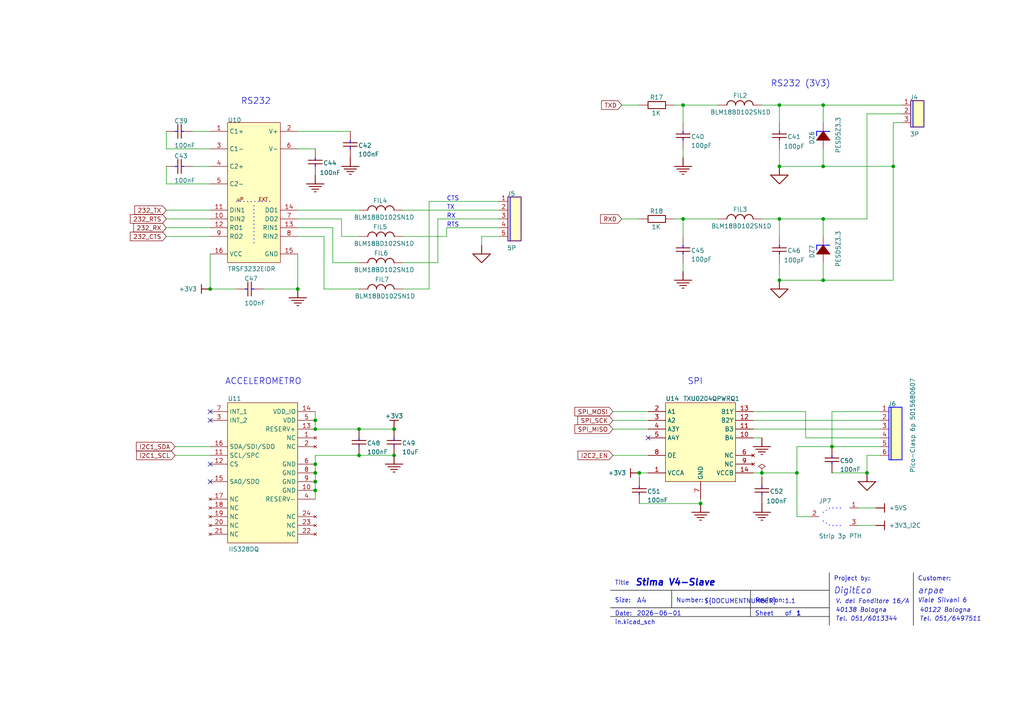
<source format=kicad_sch>
(kicad_sch (version 20230121) (generator eeschema)
  (paper "A4")
  (title_block (title "Stima V4-Slave") (rev "1.1"))
  (lib_symbols
    (symbol "Stima V4 Slave Rev1_1-altium-import:+3V3" (power)
      (property "Reference" "#PWR" (at 0 0 0))
      (property "Value" "+3V3" (at 0 3.81 0))
      (symbol "+3V3_0_0"
        (polyline (pts (xy -1.27 -2.54) (xy 1.27 -2.54)) (stroke (width 0.254)))
        (polyline (pts (xy 0 0) (xy 0 -2.54)) (stroke (width 0.254)))
        (pin power_in line (at 0 0 0) (length 0) hide (name "+3V3") (number ""))
      )
    )
    (symbol "Stima V4 Slave Rev1_1-altium-import:+3V3_I2C" (power)
      (property "Reference" "#PWR" (at 0 0 0))
      (property "Value" "+3V3_I2C" (at 0 3.81 0))
      (symbol "+3V3_I2C_0_0"
        (polyline (pts (xy -1.27 -2.54) (xy 1.27 -2.54)) (stroke (width 0.254)))
        (polyline (pts (xy 0 0) (xy 0 -2.54)) (stroke (width 0.254)))
        (pin power_in line (at 0 0 0) (length 0) hide (name "+3V3_I2C") (number ""))
      )
    )
    (symbol "Stima V4 Slave Rev1_1-altium-import:+5VS" (power)
      (property "Reference" "#PWR" (at 0 0 0))
      (property "Value" "+5VS" (at 0 3.81 0))
      (symbol "+5VS_0_0"
        (polyline (pts (xy -1.27 -2.54) (xy 1.27 -2.54)) (stroke (width 0.254)))
        (polyline (pts (xy 0 0) (xy 0 -2.54)) (stroke (width 0.254)))
        (pin power_in line (at 0 0 0) (length 0) hide (name "+5VS") (number ""))
      )
    )
    (symbol "Stima V4 Slave Rev1_1-altium-import:EGND" (power)
      (property "Reference" "#PWR" (at 0 0 0))
      (property "Value" "EGND" (at 0 6.35 0))
      (symbol "EGND_0_0"
        (polyline (pts (xy 0 0) (xy 0 -2.54)) (stroke (width 0.254)))
        (polyline (pts (xy -2.54 -2.54) (xy 2.54 -2.54) (xy 0 -5.08) (xy -2.54 -2.54)) (stroke (width 0.254)))
        (pin power_in line (at 0 0 0) (length 0) hide (name "EGND") (number ""))
      )
    )
    (symbol "Stima V4 Slave Rev1_1-altium-import:GND" (power)
      (property "Reference" "#PWR" (at 0 0 0))
      (property "Value" "GND" (at 0 6.35 0))
      (symbol "GND_0_0"
        (polyline (pts (xy -2.54 -2.54) (xy 2.54 -2.54)) (stroke (width 0.254)))
        (polyline (pts (xy -1.778 -3.302) (xy 1.778 -3.302)) (stroke (width 0.254)))
        (polyline (pts (xy -1.016 -4.064) (xy 1.016 -4.064)) (stroke (width 0.254)))
        (polyline (pts (xy -0.254 -4.826) (xy 0.254 -4.826)) (stroke (width 0.254)))
        (polyline (pts (xy 0 0) (xy 0 -2.54)) (stroke (width 0.254)))
        (pin power_in line (at 0 0 0) (length 0) hide (name "GND") (number ""))
      )
    )
    (symbol "Stima V4 Slave Rev1_1-altium-import:root_0_BLM18BD"
      (symbol "root_0_BLM18BD_1_0"
        (arc (start 1.27 -1.27) (mid 0.372 -1.642) (end 0 -2.54) (stroke (width 0.254)))
        (arc (start 2.54 -2.54) (mid 2.168 -1.642) (end 1.27 -1.27) (stroke (width 0.254)))
        (arc (start 3.81 -1.27) (mid 2.912 -1.642) (end 2.54 -2.54) (stroke (width 0.254)))
        (arc (start 5.08 -2.54) (mid 4.708 -1.642) (end 3.81 -1.27) (stroke (width 0.254)))
        (arc (start 6.35 -1.27) (mid 5.452 -1.642) (end 5.08 -2.54) (stroke (width 0.254)))
        (arc (start 7.62 -2.54) (mid 7.248 -1.642) (end 6.35 -1.27) (stroke (width 0.254)))
        (pin passive line (at -2.54 -2.54 0) (length 2.54) (name "1") (number "1"))
        (pin passive line (at 10.16 -2.54 180) (length 2.54) (name "2") (number "2"))
      )
    )
    (symbol "Stima V4 Slave Rev1_1-altium-import:root_0_C0603"
      (symbol "root_0_C0603_1_0"
        (polyline (pts (xy -2.032 -0.762) (xy 2.032 -0.762)) (stroke (width 0.254)))
        (polyline (pts (xy 0 -2.54) (xy 0 -1.778)) (stroke (width 0.254) (color 0 0 255 1)))
        (polyline (pts (xy 0 0) (xy 0 -0.762)) (stroke (width 0.254) (color 0 0 255 1)))
        (polyline (pts (xy 2.032 -1.778) (xy -2.032 -1.778)) (stroke (width 0.254)))
        (pin passive line (at 0 2.54 270) (length 2.54) (name "1") (number "1"))
        (pin passive line (at 0 -5.08 90) (length 2.54) (name "2") (number "2"))
      )
    )
    (symbol "Stima V4 Slave Rev1_1-altium-import:root_0_IIS328"
      (property "Reference" "U11" (at 0 0.508 0))
      (property "Value" "IIS328DQ" (at 0.254 -43.18 0))
      (symbol "root_0_IIS328_1_0"
        (rectangle (start 0 0) (end 20.32 -40.64) (fill (type background)))
        (pin no_connect line (at 25.4 -10.16 180) (length 5.08) (name "NC") (number "1"))
        (pin power_in line (at 25.4 -25.4 180) (length 5.08) (name "GND") (number "10"))
        (pin passive line (at -5.08 -15.24 0) (length 5.08) (name "SCL/SPC") (number "11"))
        (pin passive line (at -5.08 -17.78 0) (length 5.08) (name "CS") (number "12"))
        (pin passive line (at 25.4 -7.62 180) (length 5.08) (name "RESERV+") (number "13"))
        (pin passive line (at 25.4 -2.54 180) (length 5.08) (name "VDD_IO") (number "14"))
        (pin passive line (at -5.08 -22.86 0) (length 5.08) (name "SA0/SDO") (number "15"))
        (pin passive line (at -5.08 -12.7 0) (length 5.08) (name "SDA/SDI/SDO") (number "16"))
        (pin no_connect line (at -5.08 -27.94 0) (length 5.08) (name "NC") (number "17"))
        (pin no_connect line (at -5.08 -30.48 0) (length 5.08) (name "NC") (number "18"))
        (pin no_connect line (at -5.08 -33.02 0) (length 5.08) (name "NC") (number "19"))
        (pin no_connect line (at 25.4 -12.7 180) (length 5.08) (name "NC") (number "2"))
        (pin no_connect line (at -5.08 -35.56 0) (length 5.08) (name "NC") (number "20"))
        (pin no_connect line (at -5.08 -38.1 0) (length 5.08) (name "NC") (number "21"))
        (pin no_connect line (at 25.4 -38.1 180) (length 5.08) (name "NC") (number "22"))
        (pin no_connect line (at 25.4 -35.56 180) (length 5.08) (name "NC") (number "23"))
        (pin no_connect line (at 25.4 -33.02 180) (length 5.08) (name "NC") (number "24"))
        (pin passive line (at -5.08 -5.08 0) (length 5.08) (name "INT_2") (number "3"))
        (pin passive line (at 25.4 -27.94 180) (length 5.08) (name "RESERV-") (number "4"))
        (pin passive line (at 25.4 -5.08 180) (length 5.08) (name "VDD") (number "5"))
        (pin power_in line (at 25.4 -17.78 180) (length 5.08) (name "GND") (number "6"))
        (pin passive line (at -5.08 -2.54 0) (length 5.08) (name "INT_1") (number "7"))
        (pin power_in line (at 25.4 -20.32 180) (length 5.08) (name "GND") (number "8"))
        (pin power_in line (at 25.4 -22.86 180) (length 5.08) (name "GND") (number "9"))
      )
    )
    (symbol "Stima V4 Slave Rev1_1-altium-import:root_0_Mors 3p px"
      (symbol "root_0_Mors 3p px_1_0"
        (polyline (pts (xy 0.635 0) (xy 0.635 -7.62)) (stroke (width 0.254) (color 0 0 255 1)))
        (polyline (pts (xy 0 -7.62) (xy 0 0) (xy 3.81 0) (xy 3.81 -7.62) (xy 0 -7.62)) (stroke (width 0.254) (color 0 0 255 1)))
        (rectangle (start 3.81 0) (end 0 -7.62) (fill (type background)))
        (pin passive line (at -2.54 -1.27 0) (length 2.54) (name "1") (number "1"))
        (pin passive line (at -2.54 -3.81 0) (length 2.54) (name "2") (number "2"))
        (pin passive line (at -2.54 -6.35 0) (length 2.54) (name "3") (number "3"))
      )
    )
    (symbol "Stima V4 Slave Rev1_1-altium-import:root_0_Mors 5p px"
      (symbol "root_0_Mors 5p px_1_0"
        (polyline (pts (xy 0.635 0) (xy 0.635 -12.7)) (stroke (width 0.254) (color 0 0 255 1)))
        (polyline (pts (xy 0 -12.7) (xy 0 0) (xy 3.81 0) (xy 3.81 -12.7) (xy 0 -12.7)) (stroke (width 0.254) (color 0 0 255 1)))
        (rectangle (start 3.81 0) (end 0 -12.7) (fill (type background)))
        (pin passive line (at -2.54 -1.27 0) (length 2.54) (name "1") (number "1"))
        (pin passive line (at -2.54 -3.81 0) (length 2.54) (name "2") (number "2"))
        (pin passive line (at -2.54 -6.35 0) (length 2.54) (name "3") (number "3"))
        (pin passive line (at -2.54 -8.89 0) (length 2.54) (name "4") (number "4"))
        (pin passive line (at -2.54 -11.43 0) (length 2.54) (name "5") (number "5"))
      )
    )
    (symbol "Stima V4 Slave Rev1_1-altium-import:root_0_Mors 6p px"
      (symbol "root_0_Mors 6p px_1_0"
        (polyline (pts (xy 0.635 0) (xy 0.635 -15.24)) (stroke (width 0.254) (color 0 0 255 1)))
        (polyline (pts (xy 3.81 -15.24) (xy 0 -15.24) (xy 0 0) (xy 3.81 0) (xy 3.81 -15.24)) (stroke (width 0.254) (color 0 0 255 1)))
        (rectangle (start 3.81 0) (end 0 -15.24) (fill (type background)))
        (pin passive line (at -2.54 -1.27 0) (length 2.54) (name "1") (number "1"))
        (pin passive line (at -2.54 -3.81 0) (length 2.54) (name "2") (number "2"))
        (pin passive line (at -2.54 -6.35 0) (length 2.54) (name "3") (number "3"))
        (pin passive line (at -2.54 -8.89 0) (length 2.54) (name "4") (number "4"))
        (pin passive line (at -2.54 -11.43 0) (length 2.54) (name "5") (number "5"))
        (pin passive line (at -2.54 -13.97 0) (length 2.54) (name "6") (number "6"))
      )
    )
    (symbol "Stima V4 Slave Rev1_1-altium-import:root_0_Res 0603"
      (symbol "root_0_Res 0603_1_0"
        (rectangle (start 5.08 -1.524) (end 0 -3.556) (stroke (width 0.254)))
        (pin passive line (at -2.54 -2.54 0) (length 2.54) (name "1") (number "1"))
        (pin passive line (at 7.62 -2.54 180) (length 2.54) (name "2") (number "2"))
      )
    )
    (symbol "Stima V4 Slave Rev1_1-altium-import:root_0_TRSF3232EIDR"
      (symbol "root_0_TRSF3232EIDR_1_0"
        (polyline (pts (xy 2.54 -22.86) (xy 12.7 -22.86)) (stroke (width 0.254) (type dot) (color 0 0 255 1)))
        (polyline (pts (xy 7.62 -24.13) (xy 7.62 -35.56)) (stroke (width 0.254) (type dot) (color 0 0 255 1)))
        (rectangle (start 15.24 0) (end 0 -40.64) (fill (type background)))
        (text "EXT" (at 8.89 -22.86 0) (effects (font (size 1.016 1.016)) (justify left bottom)))
        (text "uP" (at 2.54 -22.86 0) (effects (font (size 1.016 1.016)) (justify left bottom)))
        (pin passive line (at -5.08 -2.54 0) (length 5.08) (name "C1+") (number "1"))
        (pin input line (at -5.08 -27.94 0) (length 5.08) (name "DIN2") (number "10"))
        (pin input line (at -5.08 -25.4 0) (length 5.08) (name "DIN1") (number "11"))
        (pin output line (at -5.08 -30.48 0) (length 5.08) (name "RO1") (number "12"))
        (pin input line (at 20.32 -30.48 180) (length 5.08) (name "RIN1") (number "13"))
        (pin output line (at 20.32 -25.4 180) (length 5.08) (name "DO1") (number "14"))
        (pin power_in line (at 20.32 -38.1 180) (length 5.08) (name "GND") (number "15"))
        (pin power_in line (at -5.08 -38.1 0) (length 5.08) (name "VCC") (number "16"))
        (pin passive line (at 20.32 -2.54 180) (length 5.08) (name "V+") (number "2"))
        (pin passive line (at -5.08 -7.62 0) (length 5.08) (name "C1-") (number "3"))
        (pin passive line (at -5.08 -12.7 0) (length 5.08) (name "C2+") (number "4"))
        (pin passive line (at -5.08 -17.78 0) (length 5.08) (name "C2-") (number "5"))
        (pin passive line (at 20.32 -7.62 180) (length 5.08) (name "V-") (number "6"))
        (pin output line (at 20.32 -27.94 180) (length 5.08) (name "DO2") (number "7"))
        (pin input line (at 20.32 -33.02 180) (length 5.08) (name "RIN2") (number "8"))
        (pin output line (at -5.08 -33.02 0) (length 5.08) (name "RO2") (number "9"))
      )
    )
    (symbol "Stima V4 Slave Rev1_1-altium-import:root_0_TXU0204"
      (property "Reference" "U14" (at 0 0.508 0))
      (property "Value" "TXU0204QPWRQ1" (at 5.08 0.508 0))
      (symbol "root_0_TXU0204_1_0"
        (rectangle (start 20.32 0) (end 0 -22.86) (fill (type background)))
        (pin power_in line (at -5.08 -20.32 0) (length 5.08) (name "VCCA") (number "1"))
        (pin input line (at 25.4 -10.16 180) (length 5.08) (name "B4") (number "10"))
        (pin input line (at 25.4 -7.62 180) (length 5.08) (name "B3") (number "11"))
        (pin output line (at 25.4 -5.08 180) (length 5.08) (name "B2Y") (number "12"))
        (pin output line (at 25.4 -2.54 180) (length 5.08) (name "B1Y") (number "13"))
        (pin power_in line (at 25.4 -20.32 180) (length 5.08) (name "VCCB") (number "14"))
        (pin input line (at -5.08 -2.54 0) (length 5.08) (name "A1") (number "2"))
        (pin input line (at -5.08 -5.08 0) (length 5.08) (name "A2") (number "3"))
        (pin output line (at -5.08 -7.62 0) (length 5.08) (name "A3Y") (number "4"))
        (pin output line (at -5.08 -10.16 0) (length 5.08) (name "A4Y") (number "5"))
        (pin no_connect line (at 25.4 -15.24 180) (length 5.08) (name "NC") (number "6"))
        (pin power_in line (at 10.16 -27.94 90) (length 5.08) (name "GND") (number "7"))
        (pin input line (at -5.08 -15.24 0) (length 5.08) (name "OE") (number "8"))
        (pin no_connect line (at 25.4 -17.78 180) (length 5.08) (name "NC") (number "9"))
      )
    )
    (symbol "Stima V4 Slave Rev1_1-altium-import:root_0_Transil SMD PESD5"
      (symbol "root_0_Transil SMD PESD5_1_0"
        (polyline (pts (xy -1.905 0) (xy -1.905 -1.27)) (stroke (width 0.254) (color 0 0 255 1)))
        (polyline (pts (xy 1.905 0) (xy -1.905 0)) (stroke (width 0.254) (color 0 0 255 1)))
        (polyline (pts (xy 1.905 -2.54) (xy 0 0) (xy -1.905 -2.54) (xy 1.905 -2.54)) (stroke (width 0.254)) (fill (type outline)))
        (pin passive line (at 0 2.54 270) (length 2.54) (name "K") (number "1"))
        (pin passive line (at 0 -5.08 90) (length 2.54) (name "A") (number "2"))
      )
    )
    (symbol "Stima V4 Slave Rev1_1-altium-import:root_0_mirrored_JUMP3S"
      (symbol "root_0_mirrored_JUMP3S_1_0"
        (polyline (pts (xy -6.35 -3.81) (xy -4.445 -5.08) (xy -1.27 -5.08)) (stroke (width 0.254) (type dot) (color 0 0 255 1)))
        (polyline (pts (xy -6.35 -1.27) (xy -4.445 0) (xy -1.27 0)) (stroke (width 0.254) (type dot) (color 0 0 255 1)))
        (pin passive line (at 3.81 0 180) (length 2.54) (name "1") (number "1"))
        (pin passive line (at -10.16 -2.54 0) (length 2.54) (name "2") (number "2"))
        (pin passive line (at 3.81 -5.08 180) (length 2.54) (name "3") (number "3"))
      )
    )
    (symbol "Stima V4 Slave Rev1_1-altium-import:root_1_C0603"
      (symbol "root_1_C0603_1_0"
        (polyline (pts (xy 0 0) (xy 0.762 0)) (stroke (width 0.254) (color 0 0 255 1)))
        (polyline (pts (xy 0.762 -2.032) (xy 0.762 2.032)) (stroke (width 0.254)))
        (polyline (pts (xy 1.778 2.032) (xy 1.778 -2.032)) (stroke (width 0.254)))
        (polyline (pts (xy 2.54 0) (xy 1.778 0)) (stroke (width 0.254) (color 0 0 255 1)))
        (pin passive line (at -2.54 0 0) (length 2.54) (name "1") (number "1"))
        (pin passive line (at 5.08 0 180) (length 2.54) (name "2") (number "2"))
      )
    )
    (symbol "Stima V4 Slave Rev1_1-altium-import:root_2_C0603"
      (symbol "root_2_C0603_1_0"
        (polyline (pts (xy -2.032 1.778) (xy 2.032 1.778)) (stroke (width 0.254)))
        (polyline (pts (xy 0 0) (xy 0 0.762)) (stroke (width 0.254) (color 0 0 255 1)))
        (polyline (pts (xy 0 2.54) (xy 0 1.778)) (stroke (width 0.254) (color 0 0 255 1)))
        (polyline (pts (xy 2.032 0.762) (xy -2.032 0.762)) (stroke (width 0.254)))
        (pin passive line (at 0 -2.54 90) (length 2.54) (name "1") (number "1"))
        (pin passive line (at 0 5.08 270) (length 2.54) (name "2") (number "2"))
      )
    )
    (symbol "power:PWR_FLAG" (power) (pin_numbers hide) (pin_names (offset 0) hide)
      (property "Value" "PWR_FLAG" (at 0 3.81 0))
      (symbol "PWR_FLAG_0_0"
        (pin power_out line (at 0 0 90) (length 0) (name "pwr") (number "1"))
      )
      (symbol "PWR_FLAG_0_1"
        (polyline (pts (xy 0 0) (xy 0 1.27) (xy -1.016 1.905) (xy 0 2.54) (xy 1.016 1.905) (xy 0 1.27)))
      )
    )
  )
  (junction (at 91.44 124.46))
  (junction (at 238.76 30.48))
  (junction (at 91.44 134.62))
  (junction (at 91.44 121.92))
  (junction (at 60.96 83.82))
  (junction (at 185.42 137.16))
  (junction (at 104.14 132.08))
  (junction (at 91.44 137.16))
  (junction (at 226.06 30.48))
  (junction (at 238.76 81.28))
  (junction (at 241.3 129.54))
  (junction (at 198.12 63.5))
  (junction (at 259.08 48.26))
  (junction (at 226.06 63.5))
  (junction (at 226.06 48.26))
  (junction (at 231.14 137.16))
  (junction (at 226.06 81.28))
  (junction (at 114.3 132.08))
  (junction (at 104.14 124.46))
  (junction (at 251.46 137.16))
  (junction (at 203.2 146.05))
  (junction (at 238.76 48.26))
  (junction (at 91.44 142.24))
  (junction (at 198.12 30.48))
  (junction (at 114.3 124.46))
  (junction (at 91.44 139.7))
  (junction (at 238.76 63.5))
  (junction (at 86.36 83.82))
  (junction (at 220.98 137.16))
  (no_connect (at 60.96 121.92))
  (no_connect (at 60.96 139.7))
  (no_connect (at 187.96 127))
  (no_connect (at 60.96 119.38))
  (no_connect (at 60.96 134.62))
  (wire (pts (xy 238.76 68.58) (xy 238.76 63.5)))
  (wire (pts (xy 116.84 76.2) (xy 127 76.2)))
  (wire (pts (xy 259.08 35.56) (xy 261.62 35.56)))
  (polyline (pts (xy 177.038 176.276) (xy 240.538 176.276)) (stroke (width 0) (type solid) (color 0 0 0 1)))
  (wire (pts (xy 238.76 63.5) (xy 251.46 63.5)))
  (wire (pts (xy 220.98 127) (xy 218.44 127)))
  (wire (pts (xy 86.36 63.5) (xy 99.06 63.5)))
  (polyline (pts (xy 240.538 166.116) (xy 240.538 178.816)) (stroke (width 0) (type solid) (color 0 0 0 1)))
  (wire (pts (xy 259.08 48.26) (xy 259.08 35.56)))
  (wire (pts (xy 91.44 139.7) (xy 91.44 137.16)))
  (polyline (pts (xy 177.038 171.196) (xy 240.538 171.196)) (stroke (width 0) (type solid) (color 0 0 0 1)))
  (wire (pts (xy 91.44 137.16) (xy 91.44 134.62)))
  (wire (pts (xy 241.3 129.54) (xy 255.27 129.54)))
  (wire (pts (xy 48.26 66.04) (xy 60.96 66.04)))
  (wire (pts (xy 91.44 121.92) (xy 91.44 124.46)))
  (wire (pts (xy 238.76 30.48) (xy 261.62 30.48)))
  (wire (pts (xy 48.26 68.58) (xy 60.96 68.58)))
  (wire (pts (xy 259.08 48.26) (xy 259.08 81.28)))
  (wire (pts (xy 218.44 124.46) (xy 255.27 124.46)))
  (wire (pts (xy 254 152.4) (xy 248.92 152.4)))
  (wire (pts (xy 251.46 63.5) (xy 251.46 33.02)))
  (wire (pts (xy 226.06 48.26) (xy 226.06 43.18)))
  (wire (pts (xy 86.36 83.82) (xy 86.36 73.66)))
  (wire (pts (xy 129.54 66.04) (xy 144.78 66.04)))
  (wire (pts (xy 60.96 48.26) (xy 55.88 48.26)))
  (wire (pts (xy 116.84 83.82) (xy 124.46 83.82)))
  (wire (pts (xy 218.44 119.38) (xy 233.68 119.38)))
  (wire (pts (xy 220.98 138.43) (xy 220.98 137.16)))
  (wire (pts (xy 218.44 121.92) (xy 255.27 121.92)))
  (wire (pts (xy 127 63.5) (xy 144.78 63.5)))
  (wire (pts (xy 91.44 134.62) (xy 91.44 132.08)))
  (wire (pts (xy 198.12 30.48) (xy 208.28 30.48)))
  (wire (pts (xy 60.96 132.08) (xy 50.8 132.08)))
  (wire (pts (xy 86.36 60.96) (xy 104.14 60.96)))
  (wire (pts (xy 180.34 30.48) (xy 185.42 30.48)))
  (polyline (pts (xy 264.922 178.816) (xy 264.922 181.356)) (stroke (width 0) (type solid) (color 0 0 0 1)))
  (wire (pts (xy 195.58 63.5) (xy 198.12 63.5)))
  (wire (pts (xy 91.44 132.08) (xy 104.14 132.08)))
  (wire (pts (xy 60.96 83.82) (xy 68.58 83.82)))
  (wire (pts (xy 93.98 68.58) (xy 93.98 83.82)))
  (wire (pts (xy 185.42 138.43) (xy 185.42 137.16)))
  (wire (pts (xy 238.76 35.56) (xy 238.76 30.48)))
  (wire (pts (xy 226.06 35.56) (xy 226.06 30.48)))
  (wire (pts (xy 177.8 121.92) (xy 187.96 121.92)))
  (wire (pts (xy 76.2 83.82) (xy 86.36 83.82)))
  (wire (pts (xy 198.12 78.74) (xy 198.12 76.2)))
  (wire (pts (xy 238.76 48.26) (xy 238.76 43.18)))
  (wire (pts (xy 220.98 30.48) (xy 226.06 30.48)))
  (wire (pts (xy 234.95 149.86) (xy 231.14 149.86)))
  (wire (pts (xy 99.06 63.5) (xy 99.06 68.58)))
  (wire (pts (xy 86.36 66.04) (xy 96.52 66.04)))
  (wire (pts (xy 231.14 149.86) (xy 231.14 137.16)))
  (wire (pts (xy 48.26 48.26) (xy 48.26 53.34)))
  (wire (pts (xy 241.3 137.16) (xy 251.46 137.16)))
  (wire (pts (xy 129.54 68.58) (xy 129.54 66.04)))
  (wire (pts (xy 238.76 48.26) (xy 259.08 48.26)))
  (wire (pts (xy 233.68 127) (xy 255.27 127)))
  (wire (pts (xy 139.7 68.58) (xy 144.78 68.58)))
  (wire (pts (xy 241.3 119.38) (xy 255.27 119.38)))
  (wire (pts (xy 180.34 63.5) (xy 185.42 63.5)))
  (wire (pts (xy 195.58 30.48) (xy 198.12 30.48)))
  (wire (pts (xy 238.76 48.26) (xy 226.06 48.26)))
  (wire (pts (xy 104.14 124.46) (xy 114.3 124.46)))
  (polyline (pts (xy 217.678 171.196) (xy 217.678 178.816)) (stroke (width 0) (type solid) (color 0 0 0 1)))
  (wire (pts (xy 60.96 60.96) (xy 48.26 60.96)))
  (wire (pts (xy 251.46 33.02) (xy 261.62 33.02)))
  (wire (pts (xy 226.06 81.28) (xy 226.06 76.2)))
  (wire (pts (xy 220.98 137.16) (xy 218.44 137.16)))
  (wire (pts (xy 198.12 63.5) (xy 208.28 63.5)))
  (wire (pts (xy 91.44 142.24) (xy 91.44 139.7)))
  (wire (pts (xy 185.42 146.05) (xy 203.2 146.05)))
  (wire (pts (xy 254 147.32) (xy 248.92 147.32)))
  (wire (pts (xy 238.76 81.28) (xy 238.76 76.2)))
  (wire (pts (xy 48.26 53.34) (xy 60.96 53.34)))
  (wire (pts (xy 127 76.2) (xy 127 63.5)))
  (wire (pts (xy 99.06 68.58) (xy 104.14 68.58)))
  (wire (pts (xy 104.14 132.08) (xy 114.3 132.08)))
  (wire (pts (xy 55.88 38.1) (xy 60.96 38.1)))
  (wire (pts (xy 91.44 119.38) (xy 91.44 121.92)))
  (wire (pts (xy 96.52 66.04) (xy 96.52 76.2)))
  (wire (pts (xy 93.98 83.82) (xy 104.14 83.82)))
  (wire (pts (xy 177.8 124.46) (xy 187.96 124.46)))
  (wire (pts (xy 220.98 63.5) (xy 226.06 63.5)))
  (wire (pts (xy 86.36 38.1) (xy 101.6 38.1)))
  (wire (pts (xy 177.8 119.38) (xy 187.96 119.38)))
  (wire (pts (xy 124.46 58.42) (xy 144.78 58.42)))
  (wire (pts (xy 116.84 68.58) (xy 129.54 68.58)))
  (wire (pts (xy 60.96 73.66) (xy 60.96 83.82)))
  (wire (pts (xy 226.06 63.5) (xy 238.76 63.5)))
  (wire (pts (xy 91.44 124.46) (xy 104.14 124.46)))
  (wire (pts (xy 48.26 63.5) (xy 60.96 63.5)))
  (wire (pts (xy 60.96 129.54) (xy 50.8 129.54)))
  (wire (pts (xy 139.7 71.12) (xy 139.7 68.58)))
  (wire (pts (xy 231.14 129.54) (xy 241.3 129.54)))
  (wire (pts (xy 198.12 45.72) (xy 198.12 43.18)))
  (wire (pts (xy 233.68 119.38) (xy 233.68 127)))
  (wire (pts (xy 86.36 68.58) (xy 93.98 68.58)))
  (wire (pts (xy 231.14 137.16) (xy 220.98 137.16)))
  (wire (pts (xy 203.2 144.78) (xy 203.2 146.05)))
  (wire (pts (xy 185.42 137.16) (xy 187.96 137.16)))
  (wire (pts (xy 91.44 144.78) (xy 91.44 142.24)))
  (wire (pts (xy 177.8 132.08) (xy 187.96 132.08)))
  (wire (pts (xy 48.26 43.18) (xy 48.26 38.1)))
  (wire (pts (xy 231.14 137.16) (xy 231.14 129.54)))
  (wire (pts (xy 238.76 81.28) (xy 226.06 81.28)))
  (wire (pts (xy 124.46 83.82) (xy 124.46 58.42)))
  (wire (pts (xy 226.06 68.58) (xy 226.06 63.5)))
  (wire (pts (xy 259.08 81.28) (xy 238.76 81.28)))
  (polyline (pts (xy 194.818 171.196) (xy 194.818 176.276)) (stroke (width 0) (type solid) (color 0 0 0 1)))
  (wire (pts (xy 241.3 129.54) (xy 241.3 119.38)))
  (wire (pts (xy 226.06 30.48) (xy 238.76 30.48)))
  (wire (pts (xy 86.36 43.18) (xy 91.44 43.18)))
  (wire (pts (xy 60.96 43.18) (xy 48.26 43.18)))
  (wire (pts (xy 251.46 132.08) (xy 255.27 132.08)))
  (wire (pts (xy 116.84 60.96) (xy 144.78 60.96)))
  (wire (pts (xy 198.12 68.58) (xy 198.12 63.5)))
  (wire (pts (xy 251.46 137.16) (xy 251.46 132.08)))
  (wire (pts (xy 96.52 76.2) (xy 104.14 76.2)))
  (wire (pts (xy 198.12 35.56) (xy 198.12 30.48)))
  (polyline (pts (xy 177.038 178.816) (xy 240.538 178.816) (xy 240.538 181.356)) (stroke (width 0) (type solid) (color 0 0 0 1)))
  (polyline (pts (xy 264.922 166.116) (xy 264.922 166.116) (xy 264.922 178.816)) (stroke (width 0) (type solid) (color 0 0 0 1)))
  (text "ACCELEROMETRO" (at 65.278 111.76 0) (effects (font (size 1.778 1.778)) (justify left bottom)))
  (text "V. del Fonditore 16/A" (at 242.316 175.26 0) (effects (font (size 1.27 1.27) italic) (justify left bottom)))
  (text "${CURRENT_DATE}" (at 184.658 178.816 0) (effects (font (size 1.27 1.27)) (justify left bottom)))
  (text "RTS" (at 129.54 66.04 0) (effects (font (size 1.27 1.27)) (justify left bottom)))
  (text "Sheet" (at 218.948 178.816 0) (effects (font (size 1.27 1.27)) (justify left bottom)))
  (text "TX" (at 129.54 60.96 0) (effects (font (size 1.27 1.27)) (justify left bottom)))
  (text "Revision:" (at 218.948 175.006 0) (effects (font (size 1.27 1.27)) (justify left bottom)))
  (text "${TITLE}" (at 184.15 170.18 0) (effects (font (size 1.905 1.905) bold italic) (justify left bottom)))
  (text "RS232 (3V3)" (at 223.52 25.4 0) (effects (font (size 1.778 1.778)) (justify left bottom)))
  (text "A4" (at 184.658 175.26 0) (effects (font (size 1.524 1.524)) (justify left bottom)))
  (text "Customer:" (at 266.192 168.656 0) (effects (font (size 1.27 1.27)) (justify left bottom)))
  (text "of" (at 227.584 178.816 0) (effects (font (size 1.27 1.27)) (justify left bottom)))
  (text "arpae" (at 266.192 172.466 0) (effects (font (size 1.778 1.778) italic) (justify left bottom)))
  (text "Viale Silvani 6" (at 266.192 175.006 0) (effects (font (size 1.27 1.27) italic) (justify left bottom)))
  (text "40122 Bologna" (at 266.7 177.8 0) (effects (font (size 1.27 1.27) italic) (justify left bottom)))
  (text "${#}" (at 224.282 178.816 0) (effects (font (size 1.27 1.27) bold) (justify left bottom)))
  (text "Tel. 051/6497511" (at 266.7 180.34 0) (effects (font (size 1.27 1.27) italic) (justify left bottom)))
  (text "Date:" (at 178.308 178.816 0) (effects (font (size 1.27 1.27)) (justify left bottom)))
  (text "1.1" (at 227.584 175.26 0) (effects (font (size 1.27 1.27)) (justify left bottom)))
  (text "CTS" (at 129.54 58.42 0) (effects (font (size 1.27 1.27)) (justify left bottom)))
  (text "RS232" (at 69.85 30.48 0) (effects (font (size 1.778 1.778)) (justify left bottom)))
  (text "${##}" (at 230.886 178.816 0) (effects (font (size 1.27 1.27) bold) (justify left bottom)))
  (text "Number:" (at 196.088 175.006 0) (effects (font (size 1.27 1.27)) (justify left bottom)))
  (text "${DOCUMENTNUMBER}" (at 204.216 175.26 0) (effects (font (size 1.27 1.27)) (justify left bottom)))
  (text "40138 Bologna" (at 242.316 177.8 0) (effects (font (size 1.27 1.27) italic) (justify left bottom)))
  (text "${FILENAME}" (at 178.308 181.356 0) (effects (font (size 1.27 1.27)) (justify left bottom)))
  (text "Size:" (at 178.308 175.006 0) (effects (font (size 1.27 1.27)) (justify left bottom)))
  (text "" (at 184.658 181.356 0) (effects (font (size 1.27 1.27)) (justify left bottom)))
  (text "Project by:" (at 241.808 168.656 0) (effects (font (size 1.27 1.27)) (justify left bottom)))
  (text "Title" (at 178.308 169.926 0) (effects (font (size 1.27 1.27)) (justify left bottom)))
  (text "RX" (at 129.54 63.5 0) (effects (font (size 1.27 1.27)) (justify left bottom)))
  (text "Tel. 051/6013344" (at 242.316 180.34 0) (effects (font (size 1.27 1.27) italic) (justify left bottom)))
  (text "SPI" (at 199.39 111.76 0) (effects (font (size 1.778 1.778)) (justify left bottom)))
  (text "DigitEco" (at 241.808 172.466 0) (effects (font (size 1.778 1.778) italic) (justify left bottom)))
  (global_label "I2C1_SDA" (shape input) (at 50.8 129.54 180) (property "Intersheetrefs" "${INTERSHEET_REFS}" (effects hide)))
  (global_label "RXD" (shape input) (at 180.34 63.5 180) (property "Intersheetrefs" "${INTERSHEET_REFS}" (effects hide)))
  (global_label "SPI_MISO" (shape input) (at 177.8 124.46 180) (property "Intersheetrefs" "${INTERSHEET_REFS}" (effects hide)))
  (global_label "232_CTS" (shape input) (at 48.26 68.58 180) (property "Intersheetrefs" "${INTERSHEET_REFS}" (effects hide)))
  (global_label "SPI_SCK" (shape input) (at 177.8 121.92 180) (property "Intersheetrefs" "${INTERSHEET_REFS}" (effects hide)))
  (global_label "232_RTS" (shape input) (at 48.26 63.5 180) (property "Intersheetrefs" "${INTERSHEET_REFS}" (effects hide)))
  (global_label "I2C1_SCL" (shape input) (at 50.8 132.08 180) (property "Intersheetrefs" "${INTERSHEET_REFS}" (effects hide)))
  (global_label "232_RX" (shape input) (at 48.26 66.04 180) (property "Intersheetrefs" "${INTERSHEET_REFS}" (effects hide)))
  (global_label "TXD" (shape input) (at 180.34 30.48 180) (property "Intersheetrefs" "${INTERSHEET_REFS}" (effects hide)))
  (global_label "232_TX" (shape input) (at 48.26 60.96 180) (property "Intersheetrefs" "${INTERSHEET_REFS}" (effects hide)))
  (global_label "I2C2_EN" (shape input) (at 177.8 132.08 180) (property "Intersheetrefs" "${INTERSHEET_REFS}" (effects hide)))
  (global_label "SPI_MOSI" (shape input) (at 177.8 119.38 180) (property "Intersheetrefs" "${INTERSHEET_REFS}" (effects hide)))
  (symbol (lib_id "Stima V4 Slave Rev1_1-altium-import:root_0_BLM18BD") (at 106.68 66.04 0) (unit 1)
    (property "Reference" "FIL5" (at 108.204 66.548 0) (effects (justify left bottom)))
    (property "Value" "BLM18BD102SN1D" (at 102.616 71.374 0) (effects (justify left bottom)))
    (property "Footprint" "Library_Slave_impronte:0603" (effects hide))
    (property "TYPE" "BLM18BD  MURATA" (effects hide))
    (property "PACKAGE REFERENCE" "0603" (effects hide))
  )
  (symbol (lib_id "Stima V4 Slave Rev1_1-altium-import:root_0_Mors 6p px") (at 257.81 118.11 0) (unit 1)
    (property "Reference" "J6" (at 257.556 117.856 0) (effects (justify left bottom)))
    (property "Value" "Pico-Clasp 6p 5015680607" (at 265.43 137.16 90) (effects (justify left bottom)))
    (property "Footprint" "Library_Slave_impronte:PICOCLASP6P_REV-MIO" (effects hide))
  )
  (symbol (lib_id "Stima V4 Slave Rev1_1-altium-import:root_0_IIS328") (at 66.04 116.84 0) (unit 1)
    (property "Reference" "U11" (at 66.04 116.332 0) (effects (justify left bottom)))
    (property "Value" "IIS328DQ" (at 66.294 160.02 0) (effects (justify left bottom)))
    (property "Footprint" "Library_Slave_impronte:VQFN24" (effects hide))
    (property "PACKAGE REFERENCE" "QFN24" (effects hide))
  )
  (symbol (lib_id "Stima V4 Slave Rev1_1-altium-import:+5VS") (at 254 147.32 90) (unit 1)
    (property "Reference" "#PWR?" (effects hide))
    (property "Value" "+5VS" (at 257.81 147.32 90) (effects (justify right)))
  )
  (symbol (lib_id "Stima V4 Slave Rev1_1-altium-import:EGND") (at 226.06 48.26 0) (unit 1)
    (property "Reference" "#PWR?" (effects hide))
    (property "Value" "EGND" (effects hide))
  )
  (symbol (lib_id "Stima V4 Slave Rev1_1-altium-import:GND") (at 198.12 78.74 0) (unit 1)
    (property "Reference" "#PWR?" (effects hide))
    (property "Value" "GND" (effects hide))
  )
  (symbol (lib_id "Stima V4 Slave Rev1_1-altium-import:+3V3") (at 60.96 83.82 270) (unit 1)
    (property "Reference" "#PWR?" (effects hide))
    (property "Value" "+3V3" (at 57.15 83.82 90) (effects (justify right)))
  )
  (symbol (lib_id "power:PWR_FLAG") (at 220.98 137.16 0) (unit 1)
    (property "Reference" "#FLG016" (effects hide))
    (property "Value" "PWR_FLAG" (effects hide))
  )
  (symbol (lib_id "Stima V4 Slave Rev1_1-altium-import:root_2_C0603") (at 198.12 40.64 0) (unit 1)
    (property "Reference" "C40" (at 200.406 40.386 0) (effects (justify left bottom)))
    (property "Value" "100pF" (at 200.406 42.926 0) (effects (justify left bottom)))
    (property "Footprint" "Library_Slave_impronte:0603" (effects hide))
    (property "PACKAGE REFERENCE" "0603" (effects hide))
    (property "TYPE" "Multistrato X5R/X7R" (effects hide))
    (property "ALTIUM_VALUE" "100pF" (effects hide))
    (property "VOLTAGE" "50V" (effects hide))
  )
  (symbol (lib_id "Stima V4 Slave Rev1_1-altium-import:root_0_Mors 3p px") (at 264.16 29.21 0) (unit 1)
    (property "Reference" "J4" (at 263.906 28.956 0) (effects (justify left bottom)))
    (property "Value" "3P" (at 263.906 39.624 0) (effects (justify left bottom)))
    (property "Footprint" "Library_Slave_impronte:CONN_3P-P381" (effects hide))
    (property "PACKAGE REFERENCE" "PTH" (effects hide))
    (property "TYPE" "Sauro" (effects hide))
  )
  (symbol (lib_id "Stima V4 Slave Rev1_1-altium-import:root_2_C0603") (at 101.6 43.18 0) (unit 1)
    (property "Reference" "C42" (at 103.886 42.926 0) (effects (justify left bottom)))
    (property "Value" "100nF" (at 103.886 45.466 0) (effects (justify left bottom)))
    (property "Footprint" "Library_Slave_impronte:0603" (effects hide))
    (property "PACKAGE REFERENCE" "0603" (effects hide))
    (property "TYPE" "Multistrato X5R/X7R" (effects hide))
    (property "ALTIUM_VALUE" "100nF" (effects hide))
    (property "VOLTAGE" "50V" (effects hide))
  )
  (symbol (lib_id "Stima V4 Slave Rev1_1-altium-import:root_1_C0603") (at 71.12 83.82 0) (unit 1)
    (property "Reference" "C47" (at 70.866 81.534 0) (effects (justify left bottom)))
    (property "Value" "100nF" (at 70.866 88.646 0) (effects (justify left bottom)))
    (property "Footprint" "Library_Slave_impronte:0603" (effects hide))
    (property "PACKAGE REFERENCE" "0603" (effects hide))
    (property "TYPE" "Multistrato X5R/X7R" (effects hide))
    (property "ALTIUM_VALUE" "100nF" (effects hide))
    (property "VOLTAGE" "50V" (effects hide))
  )
  (symbol (lib_id "Stima V4 Slave Rev1_1-altium-import:GND") (at 220.98 146.05 0) (unit 1)
    (property "Reference" "#PWR?" (effects hide))
    (property "Value" "GND" (effects hide))
  )
  (symbol (lib_id "Stima V4 Slave Rev1_1-altium-import:root_0_C0603") (at 185.42 140.97 0) (unit 1)
    (property "Reference" "C51" (at 187.706 143.256 0) (effects (justify left bottom)))
    (property "Value" "100nF" (at 187.706 145.796 0) (effects (justify left bottom)))
    (property "Footprint" "Library_Slave_impronte:0603" (effects hide))
    (property "PACKAGE REFERENCE" "0603" (effects hide))
    (property "TYPE" "Multistrato X5R/X7R" (effects hide))
    (property "ALTIUM_VALUE" "100nF" (effects hide))
    (property "VOLTAGE" "50V" (effects hide))
  )
  (symbol (lib_id "Stima V4 Slave Rev1_1-altium-import:root_0_Res 0603") (at 187.96 60.96 0) (unit 1)
    (property "Reference" "R18" (at 188.468 61.976 0) (effects (justify left bottom)))
    (property "Value" "1K" (at 188.976 66.548 0) (effects (justify left bottom)))
    (property "Footprint" "Library_Slave_impronte:0603" (effects hide))
    (property "ALTIUM_VALUE" "1K" (effects hide))
    (property "PRECISION" "1%" (effects hide))
    (property "PACKAGE REFERENCE" "0603" (effects hide))
    (property "POWER" "1/10W" (effects hide))
  )
  (symbol (lib_id "Stima V4 Slave Rev1_1-altium-import:EGND") (at 251.46 137.16 0) (unit 1)
    (property "Reference" "#PWR?" (effects hide))
    (property "Value" "EGND" (effects hide))
  )
  (symbol (lib_id "Stima V4 Slave Rev1_1-altium-import:root_0_TXU0204") (at 193.04 116.84 0) (unit 1)
    (property "Reference" "U14" (at 193.04 116.332 0) (effects (justify left bottom)))
    (property "Value" "TXU0204QPWRQ1" (at 198.12 116.332 0) (effects (justify left bottom)))
    (property "Footprint" "Library_Slave_impronte:TSSOP14" (effects hide))
    (property "PACKAGE REFERENCE" "TSSOP14" (effects hide))
  )
  (symbol (lib_id "Stima V4 Slave Rev1_1-altium-import:root_1_C0603") (at 50.8 48.26 0) (unit 1)
    (property "Reference" "C43" (at 50.546 45.974 0) (effects (justify left bottom)))
    (property "Value" "100nF" (at 50.546 53.086 0) (effects (justify left bottom)))
    (property "Footprint" "Library_Slave_impronte:0603" (effects hide))
    (property "PACKAGE REFERENCE" "0603" (effects hide))
    (property "TYPE" "Multistrato X5R/X7R" (effects hide))
    (property "ALTIUM_VALUE" "100nF" (effects hide))
    (property "VOLTAGE" "50V" (effects hide))
  )
  (symbol (lib_id "Stima V4 Slave Rev1_1-altium-import:root_0_Mors 5p px") (at 147.32 57.15 0) (unit 1)
    (property "Reference" "J5" (at 147.066 56.896 0) (effects (justify left bottom)))
    (property "Value" "5P" (at 147.066 72.644 0) (effects (justify left bottom)))
    (property "Footprint" "Library_Slave_impronte:CONN_5P-P381" (effects hide))
    (property "PACKAGE REFERENCE" "PTH" (effects hide))
    (property "TYPE" "Sauro" (effects hide))
  )
  (symbol (lib_id "Stima V4 Slave Rev1_1-altium-import:root_2_C0603") (at 198.12 73.66 0) (unit 1)
    (property "Reference" "C45" (at 200.406 73.406 0) (effects (justify left bottom)))
    (property "Value" "100pF" (at 200.406 75.946 0) (effects (justify left bottom)))
    (property "Footprint" "Library_Slave_impronte:0603" (effects hide))
    (property "PACKAGE REFERENCE" "0603" (effects hide))
    (property "TYPE" "Multistrato X5R/X7R" (effects hide))
    (property "ALTIUM_VALUE" "100pF" (effects hide))
    (property "VOLTAGE" "50V" (effects hide))
  )
  (symbol (lib_id "Stima V4 Slave Rev1_1-altium-import:root_0_Res 0603") (at 187.96 27.94 0) (unit 1)
    (property "Reference" "R17" (at 188.468 28.956 0) (effects (justify left bottom)))
    (property "Value" "1K" (at 188.976 33.528 0) (effects (justify left bottom)))
    (property "Footprint" "Library_Slave_impronte:0603" (effects hide))
    (property "ALTIUM_VALUE" "1K" (effects hide))
    (property "PRECISION" "1%" (effects hide))
    (property "PACKAGE REFERENCE" "0603" (effects hide))
    (property "POWER" "1/10W" (effects hide))
  )
  (symbol (lib_id "Stima V4 Slave Rev1_1-altium-import:root_0_BLM18BD") (at 106.68 58.42 0) (unit 1)
    (property "Reference" "FIL4" (at 108.204 58.928 0) (effects (justify left bottom)))
    (property "Value" "BLM18BD102SN1D" (at 102.616 63.754 0) (effects (justify left bottom)))
    (property "Footprint" "Library_Slave_impronte:0603" (effects hide))
    (property "TYPE" "BLM18BD  MURATA" (effects hide))
    (property "PACKAGE REFERENCE" "0603" (effects hide))
  )
  (symbol (lib_id "Stima V4 Slave Rev1_1-altium-import:root_2_C0603") (at 91.44 48.26 0) (unit 1)
    (property "Reference" "C44" (at 93.726 48.006 0) (effects (justify left bottom)))
    (property "Value" "100nF" (at 92.71 50.8 0) (effects (justify left bottom)))
    (property "Footprint" "Library_Slave_impronte:0603" (effects hide))
    (property "PACKAGE REFERENCE" "0603" (effects hide))
    (property "TYPE" "Multistrato X5R/X7R" (effects hide))
    (property "ALTIUM_VALUE" "100nF" (effects hide))
    (property "VOLTAGE" "50V" (effects hide))
  )
  (symbol (lib_id "Stima V4 Slave Rev1_1-altium-import:EGND") (at 139.7 71.12 0) (unit 1)
    (property "Reference" "#PWR?" (effects hide))
    (property "Value" "EGND" (effects hide))
  )
  (symbol (lib_id "Stima V4 Slave Rev1_1-altium-import:root_0_BLM18BD") (at 210.82 60.96 0) (unit 1)
    (property "Reference" "FIL3" (at 212.598 61.468 0) (effects (justify left bottom)))
    (property "Value" "BLM18BD102SN1D" (at 206.248 66.294 0) (effects (justify left bottom)))
    (property "Footprint" "Library_Slave_impronte:0603" (effects hide))
    (property "TYPE" "BLM18BD  MURATA" (effects hide))
    (property "PACKAGE REFERENCE" "0603" (effects hide))
  )
  (symbol (lib_id "Stima V4 Slave Rev1_1-altium-import:+3V3") (at 114.3 124.46 180) (unit 1)
    (property "Reference" "#PWR?" (effects hide))
    (property "Value" "+3V3" (at 114.3 120.65 0))
  )
  (symbol (lib_id "Stima V4 Slave Rev1_1-altium-import:GND") (at 203.2 146.05 0) (unit 1)
    (property "Reference" "#PWR?" (effects hide))
    (property "Value" "GND" (effects hide))
  )
  (symbol (lib_id "Stima V4 Slave Rev1_1-altium-import:root_0_C0603") (at 241.3 132.08 0) (unit 1)
    (property "Reference" "C50" (at 243.586 134.366 0) (effects (justify left bottom)))
    (property "Value" "100nF" (at 243.586 136.906 0) (effects (justify left bottom)))
    (property "Footprint" "Library_Slave_impronte:0603" (effects hide))
    (property "PACKAGE REFERENCE" "0603" (effects hide))
    (property "TYPE" "Multistrato X5R/X7R" (effects hide))
    (property "ALTIUM_VALUE" "100nF" (effects hide))
    (property "VOLTAGE" "50V" (effects hide))
  )
  (symbol (lib_id "Stima V4 Slave Rev1_1-altium-import:root_0_C0603") (at 114.3 127 0) (unit 1)
    (property "Reference" "C49" (at 116.586 129.286 0) (effects (justify left bottom)))
    (property "Value" "10uF" (at 116.586 131.826 0) (effects (justify left bottom)))
    (property "Footprint" "Library_Slave_impronte:0603" (effects hide))
    (property "PACKAGE REFERENCE" "0603" (effects hide))
    (property "TYPE" "Multistrato X5R/X7R" (effects hide))
    (property "ALTIUM_VALUE" "10uF" (effects hide))
    (property "VOLTAGE" "16V" (effects hide))
  )
  (symbol (lib_id "Stima V4 Slave Rev1_1-altium-import:+3V3") (at 185.42 137.16 270) (unit 1)
    (property "Reference" "#PWR?" (effects hide))
    (property "Value" "+3V3" (at 181.61 137.16 90) (effects (justify right)))
  )
  (symbol (lib_id "Stima V4 Slave Rev1_1-altium-import:root_0_BLM18BD") (at 106.68 73.66 0) (unit 1)
    (property "Reference" "FIL6" (at 108.458 74.168 0) (effects (justify left bottom)))
    (property "Value" "BLM18BD102SN1D" (at 102.616 78.994 0) (effects (justify left bottom)))
    (property "Footprint" "Library_Slave_impronte:0603" (effects hide))
    (property "TYPE" "BLM18BD  MURATA" (effects hide))
    (property "PACKAGE REFERENCE" "0603" (effects hide))
  )
  (symbol (lib_id "Stima V4 Slave Rev1_1-altium-import:EGND") (at 226.06 81.28 0) (unit 1)
    (property "Reference" "#PWR?" (effects hide))
    (property "Value" "EGND" (effects hide))
  )
  (symbol (lib_id "Stima V4 Slave Rev1_1-altium-import:root_1_C0603") (at 50.8 38.1 0) (unit 1)
    (property "Reference" "C39" (at 50.546 35.814 0) (effects (justify left bottom)))
    (property "Value" "100nF" (at 50.546 42.926 0) (effects (justify left bottom)))
    (property "Footprint" "Library_Slave_impronte:0603" (effects hide))
    (property "PACKAGE REFERENCE" "0603" (effects hide))
    (property "TYPE" "Multistrato X5R/X7R" (effects hide))
    (property "ALTIUM_VALUE" "100nF" (effects hide))
    (property "VOLTAGE" "50V" (effects hide))
  )
  (symbol (lib_id "Stima V4 Slave Rev1_1-altium-import:root_0_C0603") (at 104.14 127 0) (unit 1)
    (property "Reference" "C48" (at 106.426 129.286 0) (effects (justify left bottom)))
    (property "Value" "100nF" (at 106.426 131.826 0) (effects (justify left bottom)))
    (property "Footprint" "Library_Slave_impronte:0603" (effects hide))
    (property "PACKAGE REFERENCE" "0603" (effects hide))
    (property "TYPE" "Multistrato X5R/X7R" (effects hide))
    (property "ALTIUM_VALUE" "100nF" (effects hide))
    (property "VOLTAGE" "50V" (effects hide))
  )
  (symbol (lib_id "Stima V4 Slave Rev1_1-altium-import:root_0_TRSF3232EIDR") (at 66.04 35.56 0) (unit 1)
    (property "Reference" "U10" (at 66.04 35.56 0) (effects (justify left bottom)))
    (property "Value" "TRSF3232EIDR" (at 66.04 78.74 0) (effects (justify left bottom)))
    (property "Footprint" "Library_Slave_impronte:SO16" (effects hide))
    (property "PACKAGE REFERENCE" "SOIC16" (effects hide))
  )
  (symbol (lib_id "Stima V4 Slave Rev1_1-altium-import:GND") (at 91.44 50.8 0) (unit 1)
    (property "Reference" "#PWR?" (effects hide))
    (property "Value" "GND" (effects hide))
  )
  (symbol (lib_id "Stima V4 Slave Rev1_1-altium-import:GND") (at 101.6 45.72 0) (unit 1)
    (property "Reference" "#PWR?" (effects hide))
    (property "Value" "GND" (effects hide))
  )
  (symbol (lib_id "Stima V4 Slave Rev1_1-altium-import:GND") (at 86.36 83.82 0) (unit 1)
    (property "Reference" "#PWR?" (effects hide))
    (property "Value" "GND" (effects hide))
  )
  (symbol (lib_id "Stima V4 Slave Rev1_1-altium-import:GND") (at 114.3 132.08 0) (unit 1)
    (property "Reference" "#PWR?" (effects hide))
    (property "Value" "GND" (effects hide))
  )
  (symbol (lib_id "Stima V4 Slave Rev1_1-altium-import:GND") (at 220.98 127 0) (unit 1)
    (property "Reference" "#PWR?" (effects hide))
    (property "Value" "GND" (effects hide))
  )
  (symbol (lib_id "Stima V4 Slave Rev1_1-altium-import:root_0_Transil SMD PESD5") (at 238.76 71.12 0) (unit 1)
    (property "Reference" "DZ7" (at 236.22 74.93 90) (effects (justify left bottom)))
    (property "Value" "PESD5Z3.3" (at 243.84 77.47 90) (effects (justify left bottom)))
    (property "Footprint" "Library_Slave_impronte:SOD 523(SC-79)" (effects hide))
    (property "PACKAGE REFERENCE" "SOD523" (effects hide))
  )
  (symbol (lib_id "Stima V4 Slave Rev1_1-altium-import:root_0_Transil SMD PESD5") (at 238.76 38.1 0) (unit 1)
    (property "Reference" "DZ6" (at 236.22 41.91 90) (effects (justify left bottom)))
    (property "Value" "PESD5Z3.3" (at 243.84 44.45 90) (effects (justify left bottom)))
    (property "Footprint" "Library_Slave_impronte:SOD 523(SC-79)" (effects hide))
    (property "PACKAGE REFERENCE" "SOD523" (effects hide))
  )
  (symbol (lib_id "Stima V4 Slave Rev1_1-altium-import:+3V3_I2C") (at 254 152.4 90) (unit 1)
    (property "Reference" "#PWR?" (effects hide))
    (property "Value" "+3V3_I2C" (at 257.81 152.4 90) (effects (justify right)))
  )
  (symbol (lib_id "Stima V4 Slave Rev1_1-altium-import:GND") (at 198.12 45.72 0) (unit 1)
    (property "Reference" "#PWR?" (effects hide))
    (property "Value" "GND" (effects hide))
  )
  (symbol (lib_id "Stima V4 Slave Rev1_1-altium-import:root_0_BLM18BD") (at 106.68 81.28 0) (unit 1)
    (property "Reference" "FIL7" (at 108.712 81.788 0) (effects (justify left bottom)))
    (property "Value" "BLM18BD102SN1D" (at 102.87 86.614 0) (effects (justify left bottom)))
    (property "Footprint" "Library_Slave_impronte:0603" (effects hide))
    (property "TYPE" "BLM18BD  MURATA" (effects hide))
    (property "PACKAGE REFERENCE" "0603" (effects hide))
  )
  (symbol (lib_id "Stima V4 Slave Rev1_1-altium-import:root_2_C0603") (at 226.06 40.64 0) (unit 1)
    (property "Reference" "C41" (at 228.346 40.386 0) (effects (justify left bottom)))
    (property "Value" "100pF" (at 227.33 43.18 0) (effects (justify left bottom)))
    (property "Footprint" "Library_Slave_impronte:0603" (effects hide))
    (property "PACKAGE REFERENCE" "0603" (effects hide))
    (property "TYPE" "Multistrato X5R/X7R" (effects hide))
    (property "ALTIUM_VALUE" "100pF" (effects hide))
    (property "VOLTAGE" "50V" (effects hide))
  )
  (symbol (lib_id "Stima V4 Slave Rev1_1-altium-import:root_0_mirrored_JUMP3S") (at 245.11 147.32 0) (unit 1)
    (property "Reference" "JP7" (at 237.477 146.05 0) (effects (justify left bottom)))
    (property "Value" "Strip 3p PTH" (at 237.477 156.21 0) (effects (justify left bottom)))
    (property "Footprint" "Library_Slave_impronte:STRIP3PP254" (effects hide))
    (property "PACKAGE REFERENCE" "PTH" (effects hide))
  )
  (symbol (lib_id "Stima V4 Slave Rev1_1-altium-import:root_0_C0603") (at 220.98 140.97 0) (unit 1)
    (property "Reference" "C52" (at 223.266 143.256 0) (effects (justify left bottom)))
    (property "Value" "100nF" (at 222.25 146.05 0) (effects (justify left bottom)))
    (property "Footprint" "Library_Slave_impronte:0603" (effects hide))
    (property "PACKAGE REFERENCE" "0603" (effects hide))
    (property "TYPE" "Multistrato X5R/X7R" (effects hide))
    (property "ALTIUM_VALUE" "100nF" (effects hide))
    (property "VOLTAGE" "50V" (effects hide))
  )
  (symbol (lib_id "Stima V4 Slave Rev1_1-altium-import:root_0_BLM18BD") (at 210.82 27.94 0) (unit 1)
    (property "Reference" "FIL2" (at 212.598 28.448 0) (effects (justify left bottom)))
    (property "Value" "BLM18BD102SN1D" (at 205.994 33.274 0) (effects (justify left bottom)))
    (property "Footprint" "Library_Slave_impronte:0603" (effects hide))
    (property "TYPE" "BLM18BD  MURATA" (effects hide))
    (property "PACKAGE REFERENCE" "0603" (effects hide))
  )
  (symbol (lib_id "Stima V4 Slave Rev1_1-altium-import:root_2_C0603") (at 226.06 73.66 0) (unit 1)
    (property "Reference" "C46" (at 228.346 73.406 0) (effects (justify left bottom)))
    (property "Value" "100pF" (at 227.33 76.2 0) (effects (justify left bottom)))
    (property "Footprint" "Library_Slave_impronte:0603" (effects hide))
    (property "PACKAGE REFERENCE" "0603" (effects hide))
    (property "TYPE" "Multistrato X5R/X7R" (effects hide))
    (property "ALTIUM_VALUE" "100pF" (effects hide))
    (property "VOLTAGE" "50V" (effects hide))
  )
)
</source>
